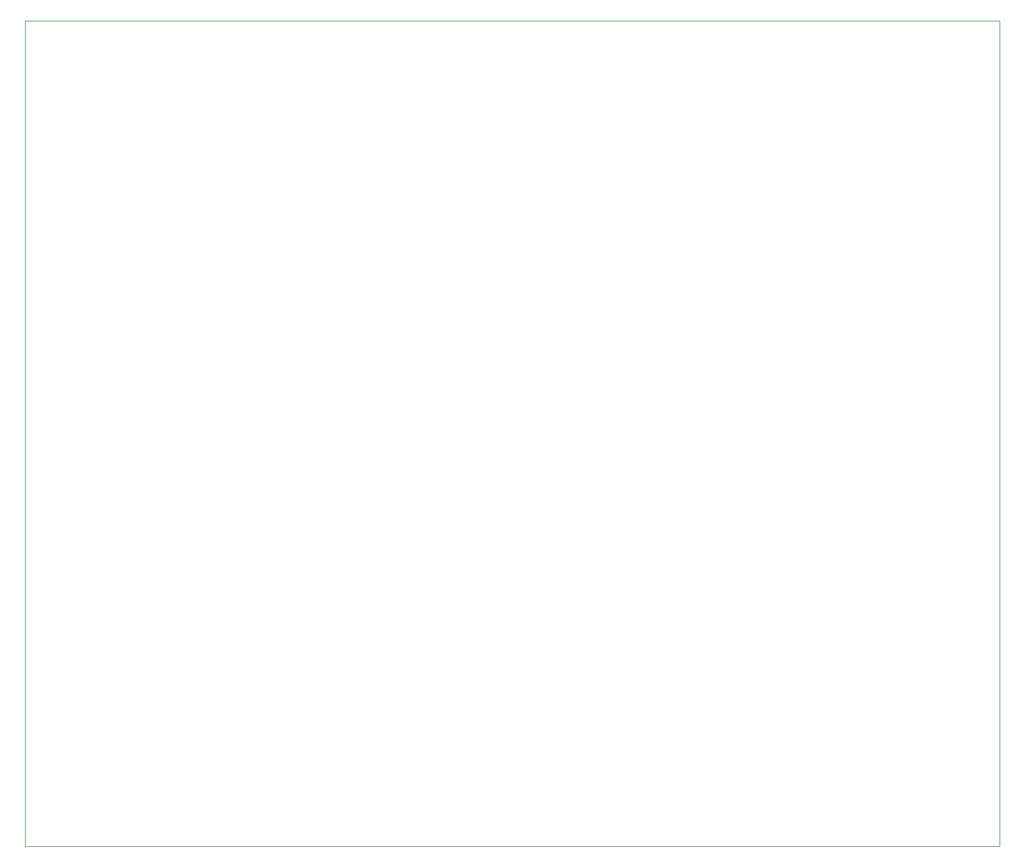
<source format=gbr>
%TF.GenerationSoftware,KiCad,Pcbnew,7.0.5*%
%TF.CreationDate,2023-07-04T17:16:00-06:00*%
%TF.ProjectId,keyboard,6b657962-6f61-4726-942e-6b696361645f,0.1*%
%TF.SameCoordinates,Original*%
%TF.FileFunction,Profile,NP*%
%FSLAX46Y46*%
G04 Gerber Fmt 4.6, Leading zero omitted, Abs format (unit mm)*
G04 Created by KiCad (PCBNEW 7.0.5) date 2023-07-04 17:16:00*
%MOMM*%
%LPD*%
G01*
G04 APERTURE LIST*
%TA.AperFunction,Profile*%
%ADD10C,0.100000*%
%TD*%
G04 APERTURE END LIST*
D10*
X160450000Y-139800000D02*
X160450000Y-25400000D01*
X25400000Y-139800000D02*
X160450000Y-139800000D01*
X25400000Y-25400000D02*
X25400000Y-139800000D01*
X160450000Y-25400000D02*
X25400000Y-25400000D01*
M02*

</source>
